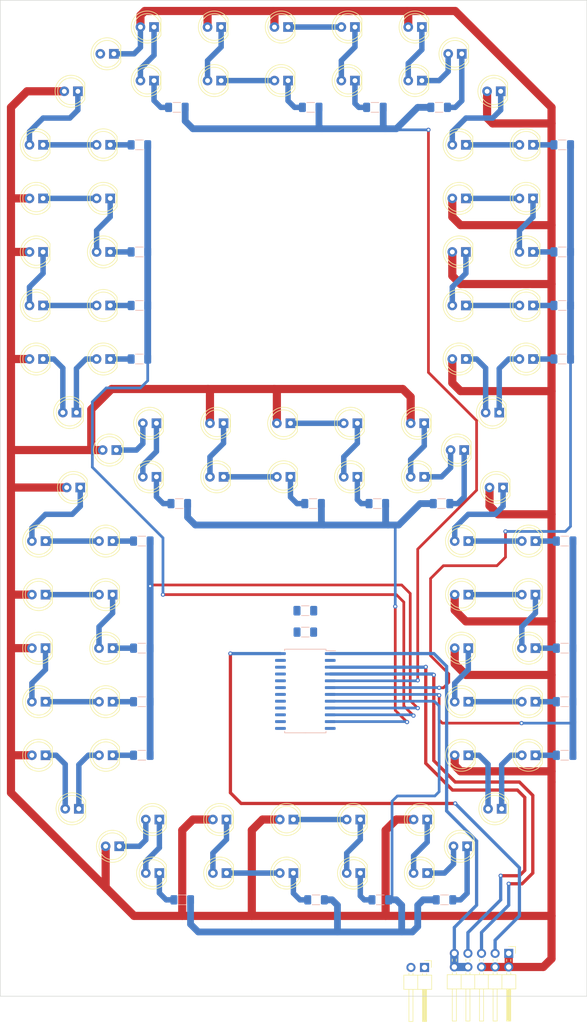
<source format=kicad_pcb>
(kicad_pcb (version 20211014) (generator pcbnew)
  (layers (0 "F.Cu" signal) (31 "B.Cu" signal) (34 "B.Paste" user) (35 "F.Paste" user) (36 "B.SilkS" user "B.Silkscreen") (37 "F.SilkS" user "F.Silkscreen") (38 "B.Mask" user) (39 "F.Mask" user) (44 "Edge.Cuts" user))
  (net 0 "")
  (footprint "LED_THT:LED_D5.0mm" (layer "F.Cu") (at 534.77 208 180)
    (fp_text reference "REF**" hide)
    (fp_text value "LED_D5.0mm" hide)
  )
  (footprint "Connector_PinHeader_2.54mm:PinHeader_2x05_P2.54mm_Horizontal" (layer "F.Cu") (at 550 233 -90)
    (fp_text reference "REF**" hide)
    (fp_text value "PinHeader_2x05_P2.54mm_Horizontal" hide)
  )
  (footprint "LED_THT:LED_D5.0mm" (layer "F.Cu") (at 554.54 112 180)
    (fp_text reference "REF**" hide)
    (fp_text value "LED_D5.0mm" hide)
  )
  (footprint "LED_THT:LED_D5.0mm" (layer "F.Cu") (at 509.77 208 180)
    (fp_text reference "REF**" hide)
    (fp_text value "LED_D5.0mm" hide)
  )
  (footprint "LED_THT:LED_D5.0mm" (layer "F.Cu") (at 484.18 134 180)
    (fp_text reference "REF**" hide)
    (fp_text value "LED_D5.0mm" hide)
  )
  (footprint "LED_THT:LED_D5.0mm" (layer "F.Cu") (at 533.77 70 180)
    (fp_text reference "REF**" hide)
    (fp_text value "LED_D5.0mm" hide)
  )
  (footprint "LED_THT:LED_D5.0mm" (layer "F.Cu") (at 496.27 70 180)
    (fp_text reference "REF**" hide)
    (fp_text value "LED_D5.0mm" hide)
  )
  (footprint "LED_THT:LED_D5.0mm" (layer "F.Cu") (at 463 92 180)
    (fp_text reference "REF**" hide)
    (fp_text value "LED_D5.0mm" hide)
  )
  (footprint "LED_THT:LED_D5.0mm" (layer "F.Cu") (at 554.54 122 180)
    (fp_text reference "REF**" hide)
    (fp_text value "LED_D5.0mm" hide)
  )
  (footprint "LED_THT:LED_D5.0mm" (layer "F.Cu") (at 554.99 166 180)
    (fp_text reference "REF**" hide)
    (fp_text value "LED_D5.0mm" hide)
  )
  (footprint "LED_THT:LED_D5.0mm" (layer "F.Cu") (at 509.22 144 180)
    (fp_text reference "REF**" hide)
    (fp_text value "LED_D5.0mm" hide)
  )
  (footprint "LED_THT:LED_D5.0mm" (layer "F.Cu") (at 475.54 122 180)
    (fp_text reference "REF**" hide)
    (fp_text value "LED_D5.0mm" hide)
  )
  (footprint "LED_THT:LED_D5.0mm" (layer "F.Cu") (at 475.99 186 180)
    (fp_text reference "REF**" hide)
    (fp_text value "LED_D5.0mm" hide)
  )
  (footprint "LED_THT:LED_D5.0mm" (layer "F.Cu") (at 554.54 82 180)
    (fp_text reference "REF**" hide)
    (fp_text value "LED_D5.0mm" hide)
  )
  (footprint "LED_THT:LED_D5.0mm" (layer "F.Cu") (at 463 122 180)
    (fp_text reference "REF**" hide)
    (fp_text value "LED_D5.0mm" hide)
  )
  (footprint "LED_THT:LED_D5.0mm" (layer "F.Cu") (at 484.18 144 180)
    (fp_text reference "REF**" hide)
    (fp_text value "LED_D5.0mm" hide)
  )
  (footprint "LED_THT:LED_D5.0mm" (layer "F.Cu") (at 521.27 70 180)
    (fp_text reference "REF**" hide)
    (fp_text value "LED_D5.0mm" hide)
  )
  (footprint "LED_THT:LED_D5.0mm" (layer "F.Cu") (at 475.99 156 180)
    (fp_text reference "REF**" hide)
    (fp_text value "LED_D5.0mm" hide)
  )
  (footprint "LED_THT:LED_D5.0mm" (layer "F.Cu") (at 521.72 134 180)
    (fp_text reference "REF**" hide)
    (fp_text value "LED_D5.0mm" hide)
  )
  (footprint "LED_THT:LED_D5.0mm" (layer "F.Cu") (at 475.54 102 180)
    (fp_text reference "REF**" hide)
    (fp_text value "LED_D5.0mm" hide)
  )
  (footprint "LED_THT:LED_D5.0mm" (layer "F.Cu") (at 469.5 72 180)
    (fp_text reference "REF**" hide)
    (fp_text value "LED_D5.0mm" hide)
  )
  (footprint "LED_THT:LED_D5.0mm" (layer "F.Cu") (at 483.73 60 180)
    (fp_text reference "REF**" hide)
    (fp_text value "LED_D5.0mm" hide)
  )
  (footprint "LED_THT:LED_D5.0mm" (layer "F.Cu") (at 542.45 156 180)
    (fp_text reference "REF**" hide)
    (fp_text value "LED_D5.0mm" hide)
  )
  (footprint "LED_THT:LED_D5.0mm" (layer "F.Cu") (at 483.73 70 180)
    (fp_text reference "REF**" hide)
    (fp_text value "LED_D5.0mm" hide)
  )
  (footprint "LED_THT:LED_D5.0mm" (layer "F.Cu") (at 541.68 139 180)
    (fp_text reference "REF**" hide)
    (fp_text value "LED_D5.0mm" hide)
  )
  (footprint "LED_THT:LED_D5.0mm" (layer "F.Cu") (at 509.22 134 180)
    (fp_text reference "REF**" hide)
    (fp_text value "LED_D5.0mm" hide)
  )
  (footprint "LED_THT:LED_D5.0mm" (layer "F.Cu") (at 463.45 166 180)
    (fp_text reference "REF**" hide)
    (fp_text value "LED_D5.0mm" hide)
  )
  (footprint "LED_THT:LED_D5.0mm" (layer "F.Cu") (at 548.5 72 180)
    (fp_text reference "REF**" hide)
    (fp_text value "LED_D5.0mm" hide)
  )
  (footprint "LED_THT:LED_D5.0mm" (layer "F.Cu") (at 475.54 112 180)
    (fp_text reference "REF**" hide)
    (fp_text value "LED_D5.0mm" hide)
  )
  (footprint "LED_THT:LED_D5.0mm" (layer "F.Cu") (at 554.54 102 180)
    (fp_text reference "REF**" hide)
    (fp_text value "LED_D5.0mm" hide)
  )
  (footprint "LED_THT:LED_D5.0mm" (layer "F.Cu") (at 463 102 180)
    (fp_text reference "REF**" hide)
    (fp_text value "LED_D5.0mm" hide)
  )
  (footprint "LED_THT:LED_D5.0mm" (layer "F.Cu") (at 548.95 146 180)
    (fp_text reference "REF**" hide)
    (fp_text value "LED_D5.0mm" hide)
  )
  (footprint "LED_THT:LED_D5.0mm" (layer "F.Cu") (at 463.45 156 180)
    (fp_text reference "REF**" hide)
    (fp_text value "LED_D5.0mm" hide)
  )
  (footprint "LED_THT:LED_D5.0mm" (layer "F.Cu") (at 463 82 180)
    (fp_text reference "REF**" hide)
    (fp_text value "LED_D5.0mm" hide)
  )
  (footprint "Connector_PinHeader_2.54mm:PinHeader_1x02_P2.54mm_Horizontal" (layer "F.Cu") (at 534.275 235.625 -90)
    (fp_text reference "REF**" hide)
    (fp_text value "PinHeader_1x02_P2.54mm_Horizontal" hide)
  )
  (footprint "LED_THT:LED_D5.0mm" (layer "F.Cu") (at 542 92 180)
    (fp_text reference "REF**" hide)
    (fp_text value "LED_D5.0mm" hide)
  )
  (footprint "LED_THT:LED_D5.0mm" (layer "F.Cu") (at 469.23 132 180)
    (fp_text reference "REF**" hide)
    (fp_text value "LED_D5.0mm" hide)
  )
  (footprint "LED_THT:LED_D5.0mm" (layer "F.Cu") (at 509.77 218 180)
    (fp_text reference "REF**" hide)
    (fp_text value "LED_D5.0mm" hide)
  )
  (footprint "LED_THT:LED_D5.0mm" (layer "F.Cu") (at 475.54 92 180)
    (fp_text reference "REF**" hide)
    (fp_text value "LED_D5.0mm" hide)
  )
  (footprint "LED_THT:LED_D5.0mm" (layer "F.Cu") (at 497.27 218 180)
    (fp_text reference "REF**" hide)
    (fp_text value "LED_D5.0mm" hide)
  )
  (footprint "LED_THT:LED_D5.0mm" (layer "F.Cu") (at 541.23 65 180)
    (fp_text reference "REF**" hide)
    (fp_text value "LED_D5.0mm" hide)
  )
  (footprint "LED_THT:LED_D5.0mm" (layer "F.Cu") (at 554.54 92 180)
    (fp_text reference "REF**" hide)
    (fp_text value "LED_D5.0mm" hide)
  )
  (footprint "LED_THT:LED_D5.0mm" (layer "F.Cu") (at 497.27 208 180)
    (fp_text reference "REF**" hide)
    (fp_text value "LED_D5.0mm" hide)
  )
  (footprint "LED_THT:LED_D5.0mm" (layer "F.Cu") (at 548.68 206 180)
    (fp_text reference "REF**" hide)
    (fp_text value "LED_D5.0mm" hide)
  )
  (footprint "LED_THT:LED_D5.0mm" (layer "F.Cu") (at 476.68 139 180)
    (fp_text reference "REF**" hide)
    (fp_text value "LED_D5.0mm" hide)
  )
  (footprint "LED_THT:LED_D5.0mm" (layer "F.Cu") (at 496.72 144 180)
    (fp_text reference "REF**" hide)
    (fp_text value "LED_D5.0mm" hide)
  )
  (footprint "LED_THT:LED_D5.0mm" (layer "F.Cu") (at 534.22 144 180)
    (fp_text reference "REF**" hide)
    (fp_text value "LED_D5.0mm" hide)
  )
  (footprint "LED_THT:LED_D5.0mm" (layer "F.Cu") (at 534.22 134 180)
    (fp_text reference "REF**" hide)
    (fp_text value "LED_D5.0mm" hide)
  )
  (footprint "LED_THT:LED_D5.0mm" (layer "F.Cu") (at 554.99 176 180)
    (fp_text reference "REF**" hide)
    (fp_text value "LED_D5.0mm" hide)
  )
  (footprint "LED_THT:LED_D5.0mm" (layer "F.Cu") (at 542 82 180)
    (fp_text reference "REF**" hide)
    (fp_text value "LED_D5.0mm" hide)
  )
  (footprint "LED_THT:LED_D5.0mm" (layer "F.Cu") (at 484.73 208 180)
    (fp_text reference "REF**" hide)
    (fp_text value "LED_D5.0mm" hide)
  )
  (footprint "LED_THT:LED_D5.0mm" (layer "F.Cu") (at 521.72 144 180)
    (fp_text reference "REF**" hide)
    (fp_text value "LED_D5.0mm" hide)
  )
  (footprint "LED_THT:LED_D5.0mm" (layer "F.Cu") (at 542 122 180)
    (fp_text reference "REF**" hide)
    (fp_text value "LED_D5.0mm" hide)
  )
  (footprint "LED_THT:LED_D5.0mm" (layer "F.Cu") (at 475.99 176 180)
    (fp_text reference "REF**" hide)
    (fp_text value "LED_D5.0mm" hide)
  )
  (footprint "LED_THT:LED_D5.0mm" (layer "F.Cu") (at 554.99 156 180)
    (fp_text reference "REF**" hide)
    (fp_text value "LED_D5.0mm" hide)
  )
  (footprint "LED_THT:LED_D5.0mm" (layer "F.Cu") (at 542.45 166 180)
    (fp_text reference "REF**" hide)
    (fp_text value "LED_D5.0mm" hide)
  )
  (footprint "LED_THT:LED_D5.0mm" (layer "F.Cu") (at 496.27 60 180)
    (fp_text reference "REF**" hide)
    (fp_text value "LED_D5.0mm" hide)
  )
  (footprint "LED_THT:LED_D5.0mm" (layer "F.Cu") (at 484.73 218 180)
    (fp_text reference "REF**" hide)
    (fp_text value "LED_D5.0mm" hide)
  )
  (footprint "LED_THT:LED_D5.0mm" (layer "F.Cu") (at 469.95 146 180)
    (fp_text reference "REF**" hide)
    (fp_text value "LED_D5.0mm" hide)
  )
  (footprint "LED_THT:LED_D5.0mm" (layer "F.Cu") (at 463 112 180)
    (fp_text reference "REF**" hide)
    (fp_text value "LED_D5.0mm" hide)
  )
  (footprint "LED_THT:LED_D5.0mm" (layer "F.Cu") (at 542 102 180)
    (fp_text reference "REF**" hide)
    (fp_text value "LED_D5.0mm" hide)
  )
  (footprint "LED_THT:LED_D5.0mm" (layer "F.Cu") (at 534.77 218 180)
    (fp_text reference "REF**" hide)
    (fp_text value "LED_D5.0mm" hide)
  )
  (footprint "LED_THT:LED_D5.0mm" (layer "F.Cu") (at 542.45 196 180)
    (fp_text reference "REF**" hide)
    (fp_text value "LED_D5.0mm" hide)
  )
  (footprint "LED_THT:LED_D5.0mm" (layer "F.Cu") (at 542.45 186 180)
    (fp_text reference "REF**" hide)
    (fp_text value "LED_D5.0mm" hide)
  )
  (footprint "LED_THT:LED_D5.0mm" (layer "F.Cu") (at 542.23 213 180)
    (fp_text reference "REF**" hide)
    (fp_text value "LED_D5.0mm" hide)
  )
  (footprint "LED_THT:LED_D5.0mm" (layer "F.Cu") (at 508.77 60 180)
    (fp_text reference "REF**" hide)
    (fp_text value "LED_D5.0mm" hide)
  )
  (footprint "LED_THT:LED_D5.0mm" (layer "F.Cu") (at 475.54 82 180)
    (fp_text reference "REF**" hide)
    (fp_text value "LED_D5.0mm" hide)
  )
  (footprint "LED_THT:LED_D5.0mm" (layer "F.Cu") (at 548.23 132 180)
    (fp_text reference "REF**" hide)
    (fp_text value "LED_D5.0mm" hide)
  )
  (footprint "LED_THT:LED_D5.0mm" (layer "F.Cu") (at 496.72 134 180)
    (fp_text reference "REF**" hide)
    (fp_text value "LED_D5.0mm" hide)
  )
  (footprint "LED_THT:LED_D5.0mm" (layer "F.Cu") (at 554.99 186 180)
    (fp_text reference "REF**" hide)
    (fp_text value "LED_D5.0mm" hide)
  )
  (footprint "LED_THT:LED_D5.0mm" (layer "F.Cu") (at 463.45 186 180)
    (fp_text reference "REF**" hide)
    (fp_text value "LED_D5.0mm" hide)
  )
  (footprint "LED_THT:LED_D5.0mm" (layer "F.Cu") (at 477.23 213 180)
    (fp_text reference "REF**" hide)
    (fp_text value "LED_D5.0mm" hide)
  )
  (footprint "LED_THT:LED_D5.0mm" (layer "F.Cu") (at 475.99 166 180)
    (fp_text reference "REF**" hide)
    (fp_text value "LED_D5.0mm" hide)
  )
  (footprint "LED_THT:LED_D5.0mm" (layer "F.Cu") (at 476.23 65 180)
    (fp_text reference "REF**" hide)
    (fp_text value "LED_D5.0mm" hide)
  )
  (footprint "LED_THT:LED_D5.0mm" (layer "F.Cu") (at 533.77 60 180)
    (fp_text reference "REF**" hide)
    (fp_text value "LED_D5.0mm" hide)
  )
  (footprint "LED_THT:LED_D5.0mm" (layer "F.Cu") (at 508.77 70 180)
    (fp_text reference "REF**" hide)
    (fp_text value "LED_D5.0mm" hide)
  )
  (footprint "LED_THT:LED_D5.0mm" (layer "F.Cu") (at 475.99 196 180)
    (fp_text reference "REF**" hide)
    (fp_text value "LED_D5.0mm" hide)
  )
  (footprint "LED_THT:LED_D5.0mm" (layer "F.Cu") (at 469.68 206 180)
    (fp_text reference "REF**" hide)
    (fp_text value "LED_D5.0mm" hide)
  )
  (footprint "LED_THT:LED_D5.0mm" (layer "F.Cu") (at 463.45 196 180)
    (fp_text reference "REF**" hide)
    (fp_text value "LED_D5.0mm" hide)
  )
  (footprint "LED_THT:LED_D5.0mm" (layer "F.Cu") (at 522.27 218 180)
    (fp_text reference "REF**" hide)
    (fp_text value "LED_D5.0mm" hide)
  )
  (footprint "LED_THT:LED_D5.0mm" (layer "F.Cu") (at 463.45 176 180)
    (fp_text reference "REF**" hide)
    (fp_text value "LED_D5.0mm" hide)
  )
  (footprint "LED_THT:LED_D5.0mm" (layer "F.Cu") (at 542 112 180)
    (fp_text reference "REF**" hide)
    (fp_text value "LED_D5.0mm" hide)
  )
  (footprint "LED_THT:LED_D5.0mm" (layer "F.Cu") (at 554.99 196 180)
    (fp_text reference "REF**" hide)
    (fp_text value "LED_D5.0mm" hide)
  )
  (footprint "LED_THT:LED_D5.0mm" (layer "F.Cu") (at 542.45 176 180)
    (fp_text reference "REF**" hide)
    (fp_text value "LED_D5.0mm" hide)
  )
  (footprint "LED_THT:LED_D5.0mm" (layer "F.Cu") (at 521.27 60 180)
    (fp_text reference "REF**" hide)
    (fp_text value "LED_D5.0mm" hide)
  )
  (footprint "LED_THT:LED_D5.0mm" (layer "F.Cu") (at 522.27 208 180)
    (fp_text reference "REF**" hide)
    (fp_text value "LED_D5.0mm" hide)
  )
  (footprint "Resistor_SMD:R_1206_3216Metric_Pad1.30x1.75mm_HandSolder" (layer "B.Cu") (at 560 122)
    (fp_text reference "REF**" hide)
    (fp_text value "R_1206_3216Metric_Pad1.30x1.75mm_HandSolder" hide)
  )
  (footprint "Resistor_SMD:R_1206_3216Metric_Pad1.30x1.75mm_HandSolder" (layer "B.Cu") (at 481 122)
    (fp_text reference "REF**" hide)
    (fp_text value "R_1206_3216Metric_Pad1.30x1.75mm_HandSolder" hide)
  )
  (footprint "Resistor_SMD:R_1206_3216Metric_Pad1.30x1.75mm_HandSolder" (layer "B.Cu") (at 560.45 196)
    (fp_text reference "REF**" hide)
    (fp_text value "R_1206_3216Metric_Pad1.30x1.75mm_HandSolder" hide)
  )
  (footprint "Resistor_SMD:R_1206_3216Metric_Pad1.30x1.75mm_HandSolder" (layer "B.Cu") (at 560.45 176)
    (fp_text reference "REF**" hide)
    (fp_text value "R_1206_3216Metric_Pad1.30x1.75mm_HandSolder" hide)
  )
  (footprint "Resistor_SMD:R_1206_3216Metric_Pad1.30x1.75mm_HandSolder" (layer "B.Cu") (at 512 173)
    (fp_text reference "REF**" hide)
    (fp_text value "R_1206_3216Metric_Pad1.30x1.75mm_HandSolder" hide)
  )
  (footprint "Resistor_SMD:R_1206_3216Metric_Pad1.30x1.75mm_HandSolder" (layer "B.Cu") (at 481 102)
    (fp_text reference "REF**" hide)
    (fp_text value "R_1206_3216Metric_Pad1.30x1.75mm_HandSolder" hide)
  )
  (footprint "Resistor_SMD:R_1206_3216Metric_Pad1.30x1.75mm_HandSolder" (layer "B.Cu") (at 560 102)
    (fp_text reference "REF**" hide)
    (fp_text value "R_1206_3216Metric_Pad1.30x1.75mm_HandSolder" hide)
  )
  (footprint "Resistor_SMD:R_1206_3216Metric_Pad1.30x1.75mm_HandSolder" (layer "B.Cu") (at 481.45 196)
    (fp_text reference "REF**" hide)
    (fp_text value "R_1206_3216Metric_Pad1.30x1.75mm_HandSolder" hide)
  )
  (footprint "Resistor_SMD:R_1206_3216Metric_Pad1.30x1.75mm_HandSolder" (layer "B.Cu") (at 513.45 149)
    (fp_text reference "REF**" hide)
    (fp_text value "R_1206_3216Metric_Pad1.30x1.75mm_HandSolder" hide)
  )
  (footprint "Capacitor_SMD:C_1206_3216Metric_Pad1.33x1.80mm_HandSolder" (layer "B.Cu") (at 512 169)
    (fp_text reference "REF**" hide)
    (fp_text value "C_1206_3216Metric_Pad1.33x1.80mm_HandSolder" hide)
  )
  (footprint "Resistor_SMD:R_1206_3216Metric_Pad1.30x1.75mm_HandSolder" (layer "B.Cu") (at 488.45 149)
    (fp_text reference "REF**" hide)
    (fp_text value "R_1206_3216Metric_Pad1.30x1.75mm_HandSolder" hide)
  )
  (footprint "Resistor_SMD:R_1206_3216Metric_Pad1.30x1.75mm_HandSolder" (layer "B.Cu") (at 513 75)
    (fp_text reference "REF**" hide)
    (fp_text value "R_1206_3216Metric_Pad1.30x1.75mm_HandSolder" hide)
  )
  (footprint "Resistor_SMD:R_1206_3216Metric_Pad1.30x1.75mm_HandSolder" (layer "B.Cu") (at 514 223)
    (fp_text reference "REF**" hide)
    (fp_text value "R_1206_3216Metric_Pad1.30x1.75mm_HandSolder" hide)
  )
  (footprint "Resistor_SMD:R_1206_3216Metric_Pad1.30x1.75mm_HandSolder" (layer "B.Cu") (at 560.45 186)
    (fp_text reference "REF**" hide)
    (fp_text value "R_1206_3216Metric_Pad1.30x1.75mm_HandSolder" hide)
  )
  (footprint "Resistor_SMD:R_1206_3216Metric_Pad1.30x1.75mm_HandSolder" (layer "B.Cu") (at 481 112)
    (fp_text reference "REF**" hide)
    (fp_text value "R_1206_3216Metric_Pad1.30x1.75mm_HandSolder" hide)
  )
  (footprint "Resistor_SMD:R_1206_3216Metric_Pad1.30x1.75mm_HandSolder" (layer "B.Cu") (at 489 223)
    (fp_text reference "REF**" hide)
    (fp_text value "R_1206_3216Metric_Pad1.30x1.75mm_HandSolder" hide)
  )
  (footprint "Resistor_SMD:R_1206_3216Metric_Pad1.30x1.75mm_HandSolder" (layer "B.Cu") (at 481 82)
    (fp_text reference "REF**" hide)
    (fp_text value "R_1206_3216Metric_Pad1.30x1.75mm_HandSolder" hide)
  )
  (footprint "Resistor_SMD:R_1206_3216Metric_Pad1.30x1.75mm_HandSolder" (layer "B.Cu") (at 481.45 186)
    (fp_text reference "REF**" hide)
    (fp_text value "R_1206_3216Metric_Pad1.30x1.75mm_HandSolder" hide)
  )
  (footprint "Resistor_SMD:R_1206_3216Metric_Pad1.30x1.75mm_HandSolder" (layer "B.Cu") (at 525 75)
    (fp_text reference "REF**" hide)
    (fp_text value "R_1206_3216Metric_Pad1.30x1.75mm_HandSolder" hide)
  )
  (footprint "Resistor_SMD:R_1206_3216Metric_Pad1.30x1.75mm_HandSolder" (layer "B.Cu") (at 481.45 176)
    (fp_text reference "REF**" hide)
    (fp_text value "R_1206_3216Metric_Pad1.30x1.75mm_HandSolder" hide)
  )
  (footprint "Package_SO:SOP-24_7.5x15.4mm_P1.27mm" (layer "B.Cu") (at 512 184 180)
    (fp_text reference "REF**" hide)
    (fp_text value "SOP-24_7.5x15.4mm_P1.27mm" hide)
  )
  (footprint "Resistor_SMD:R_1206_3216Metric_Pad1.30x1.75mm_HandSolder" (layer "B.Cu") (at 525.45 149)
    (fp_text reference "REF**" hide)
    (fp_text value "R_1206_3216Metric_Pad1.30x1.75mm_HandSolder" hide)
  )
  (footprint "Resistor_SMD:R_1206_3216Metric_Pad1.30x1.75mm_HandSolder" (layer "B.Cu") (at 526 223)
    (fp_text reference "REF**" hide)
    (fp_text value "R_1206_3216Metric_Pad1.30x1.75mm_HandSolder" hide)
  )
  (footprint "Resistor_SMD:R_1206_3216Metric_Pad1.30x1.75mm_HandSolder" (layer "B.Cu") (at 560.45 156)
    (fp_text reference "REF**" hide)
    (fp_text value "R_1206_3216Metric_Pad1.30x1.75mm_HandSolder" hide)
  )
  (footprint "Resistor_SMD:R_1206_3216Metric_Pad1.30x1.75mm_HandSolder" (layer "B.Cu") (at 537.45 149 180)
    (fp_text reference "REF**" hide)
    (fp_text value "R_1206_3216Metric_Pad1.30x1.75mm_HandSolder" hide)
  )
  (footprint "Resistor_SMD:R_1206_3216Metric_Pad1.30x1.75mm_HandSolder" (layer "B.Cu") (at 488 75)
    (fp_text reference "REF**" hide)
    (fp_text value "R_1206_3216Metric_Pad1.30x1.75mm_HandSolder" hide)
  )
  (footprint "Resistor_SMD:R_1206_3216Metric_Pad1.30x1.75mm_HandSolder" (layer "B.Cu") (at 538 223 180)
    (fp_text reference "REF**" hide)
    (fp_text value "R_1206_3216Metric_Pad1.30x1.75mm_HandSolder" hide)
  )
  (footprint "Resistor_SMD:R_1206_3216Metric_Pad1.30x1.75mm_HandSolder" (layer "B.Cu") (at 481.45 156)
    (fp_text reference "REF**" hide)
    (fp_text value "R_1206_3216Metric_Pad1.30x1.75mm_HandSolder" hide)
  )
  (footprint "Resistor_SMD:R_1206_3216Metric_Pad1.30x1.75mm_HandSolder" (layer "B.Cu") (at 560 112)
    (fp_text reference "REF**" hide)
    (fp_text value "R_1206_3216Metric_Pad1.30x1.75mm_HandSolder" hide)
  )
  (footprint "Resistor_SMD:R_1206_3216Metric_Pad1.30x1.75mm_HandSolder" (layer "B.Cu") (at 560 82)
    (fp_text reference "REF**" hide)
    (fp_text value "R_1206_3216Metric_Pad1.30x1.75mm_HandSolder" hide)
  )
  (footprint "Resistor_SMD:R_1206_3216Metric_Pad1.30x1.75mm_HandSolder" (layer "B.Cu") (at 537 75 180)
    (fp_text reference "REF**" hide)
    (fp_text value "R_1206_3216Metric_Pad1.30x1.75mm_HandSolder" hide)
  )
  (gr_rect (start 564.6 241) (end 455 55) (layer "Edge.Cuts") (width 0.1) (fill none))
  (segment (start 531.68 129.08) (end 530.2 127.6) (width 1.524) (layer "F.Cu") (net 0))
  (segment (start 474.69 213) (end 474.69 220.69) (width 1.524) (layer "F.Cu") (net 0))
  (segment (start 533 182) (end 533 157.5) (width 0.508) (layer "F.Cu") (net 0))
  (segment (start 494.73 208) (end 491 208) (width 1.524) (layer "F.Cu") (net 0))
  (segment (start 494.18 127.98) (end 493.8 127.6) (width 1.524) (layer "F.Cu") (net 0))
  (segment (start 475.8 127.6) (end 472 131.4) (width 1.524) (layer "F.Cu") (net 0))
  (segment (start 539.46 92) (end 539.46 95.46) (width 1.524) (layer "F.Cu") (net 0))
  (segment (start 460 72) (end 466.96 72) (width 1.524) (layer "F.Cu") (net 0))
  (segment (start 529 208) (end 527 210) (width 1.524) (layer "F.Cu") (net 0))
  (segment (start 457 203) (end 457 196) (width 1.524) (layer "F.Cu") (net 0))
  (segment (start 542 181) (end 558 181) (width 1.524) (layer "F.Cu") (net 0))
  (segment (start 558 108) (end 558 128) (width 1.524) (layer "F.Cu") (net 0))
  (segment (start 547.8 160.6) (end 549.4 159) (width 0.508) (layer "F.Cu") (net 0))
  (segment (start 541 199) (end 539.91 197.91) (width 1.524) (layer "F.Cu") (net 0))
  (segment (start 460.91 166) (end 457 166) (width 1.524) (layer "F.Cu") (net 0))
  (segment (start 537 189.4) (end 537.6 190) (width 0.508) (layer "F.Cu") (net 0))
  (segment (start 537 183.4) (end 537.8 183.4) (width 0.508) (layer "F.Cu") (net 0))
  (segment (start 558 171) (end 558 181) (width 1.524) (layer "F.Cu") (net 0))
  (segment (start 531.23 60) (end 531.23 57.23) (width 1.524) (layer "F.Cu") (net 0))
  (segment (start 558 199) (end 541 199) (width 1.524) (layer "F.Cu") (net 0))
  (segment (start 467.41 146) (end 457 146) (width 1.524) (layer "F.Cu") (net 0))
  (segment (start 541 108) (end 558 108) (width 1.524) (layer "F.Cu") (net 0))
  (segment (start 481.19 57.81) (end 482 57) (width 1.524) (layer "F.Cu") (net 0))
  (segment (start 506.68 134) (end 506.68 128.08) (width 1.524) (layer "F.Cu") (net 0))
  (segment (start 558 151) (end 558 171) (width 1.524) (layer "F.Cu") (net 0))
  (segment (start 493.73 57.27) (end 494 57) (width 1.524) (layer "F.Cu") (net 0))
  (segment (start 550 235.54) (end 556.46 235.54) (width 1.524) (layer "F.Cu") (net 0))
  (segment (start 506 57) (end 531 57) (width 1.524) (layer "F.Cu") (net 0))
  (segment (start 472 139) (end 457 139) (width 1.524) (layer "F.Cu") (net 0))
  (segment (start 460.46 122) (end 457 122) (width 1.524) (layer "F.Cu") (net 0))
  (segment (start 494 57) (end 506 57) (width 1.524) (layer "F.Cu") (net 0))
  (segment (start 556.46 235.54) (end 558 234) (width 1.524) (layer "F.Cu") (net 0))
  (segment (start 460.46 92) (end 457 92) (width 1.524) (layer "F.Cu") (net 0))
  (segment (start 546.41 149.41) (end 548 151) (width 1.524) (layer "F.Cu") (net 0))
  (segment (start 539.46 122) (end 539.46 126.46) (width 1.524) (layer "F.Cu") (net 0))
  (segment (start 552 201) (end 554.5 203.5) (width 0.6096) (layer "F.Cu") (net 0))
  (segment (start 538.8 182.4) (end 538.8 180.8) (width 0.508) (layer "F.Cu") (net 0))
  (segment (start 530.4 183) (end 530.4 167.4) (width 0.508) (layer "F.Cu") (net 0))
  (segment (start 504 208) (end 502 210) (width 1.524) (layer "F.Cu") (net 0))
  (segment (start 541 128) (end 558 128) (width 1.524) (layer "F.Cu") (net 0))
  (segment (start 537.8 160.6) (end 547.8 160.6) (width 0.508) (layer "F.Cu") (net 0))
  (segment (start 544 146.5) (end 544 133.5) (width 0.508) (layer "F.Cu") (net 0))
  (segment (start 537.6 160.8) (end 537.8 160.6) (width 0.508) (layer "F.Cu") (net 0))
  (segment (start 502 210) (end 502 226) (width 1.524) (layer "F.Cu") (net 0))
  (segment (start 460.91 196) (end 457 196) (width 1.524) (layer "F.Cu") (net 0))
  (segment (start 457 92) (end 457 75) (width 1.524) (layer "F.Cu") (net 0))
  (segment (start 539.91 178.91) (end 542 181) (width 1.524) (layer "F.Cu") (net 0))
  (segment (start 474.14 139) (end 472 139) (width 1.524) (layer "F.Cu") (net 0))
  (segment (start 483.2 164.2) (end 483 164.4) (width 0.508) (layer "F.Cu") (net 0))
  (segment (start 500 205) (end 540 205) (width 0.6096) (layer "F.Cu") (net 0))
  (segment (start 531 57) (end 540 57) (width 1.524) (layer "F.Cu") (net 0))
  (segment (start 535 124.5) (end 535 79.2) (width 0.508) (layer "F.Cu") (net 0))
  (segment (start 539.91 168.91) (end 542 171) (width 1.524) (layer "F.Cu") (net 0))
  (segment (start 540 57) (end 558 75) (width 1.524) (layer "F.Cu") (net 0))
  (segment (start 535.4 177.4) (end 535.4 163) (width 0.508) (layer "F.Cu") (net 0))
  (segment (start 541 97) (end 558 97) (width 1.524) (layer "F.Cu") (net 0))
  (segment (start 457 146) (end 457 139) (width 1.524) (layer "F.Cu") (net 0))
  (segment (start 534.5 197.5) (end 539.5 202.5) (width 0.6096) (layer "F.Cu") (net 0))
  (segment (start 457 75) (end 460 72) (width 1.524) (layer "F.Cu") (net 0))
  (segment (start 531 189.8) (end 528.8 187.6) (width 0.508) (layer "F.Cu") (net 0))
  (segment (start 507.23 208) (end 504 208) (width 1.524) (layer "F.Cu") (net 0))
  (segment (start 539.46 95.46) (end 541 97) (width 1.524) (layer "F.Cu") (net 0))
  (segment (start 530.2 127.6) (end 506.2 127.6) (width 1.524) (layer "F.Cu") (net 0))
  (segment (start 531.6 165.8) (end 530 164.2) (width 0.508) (layer "F.Cu") (net 0))
  (segment (start 481.19 60) (end 481.19 57.81) (width 1.524) (layer "F.Cu") (net 0))
  (segment (start 539.91 197.91) (end 539.91 196) (width 1.524) (layer "F.Cu") (net 0))
  (segment (start 551.625 202.5) (end 553 203.875) (width 0.6096) (layer "F.Cu") (net 0))
  (segment (start 552.5 220) (end 550 220) (width 0.6096) (layer "F.Cu") (net 0))
  (segment (start 493.8 127.6) (end 475.8 127.6) (width 1.524) (layer "F.Cu") (net 0))
  (segment (start 531.23 57.23) (end 531 57) (width 1.524) (layer "F.Cu") (net 0))
  (segment (start 537.6 190) (end 552.4 190) (width 0.508) (layer "F.Cu") (net 0))
  (segment (start 537.8 183.4) (end 538.8 182.4) (width 0.508) (layer "F.Cu") (net 0))
  (segment (start 558 128) (end 558 151) (width 1.524) (layer "F.Cu") (net 0))
  (segment (start 545.96 72) (end 545.96 76.96) (width 1.524) (layer "F.Cu") (net 0))
  (segment (start 457 196) (end 457 176) (width 1.524) (layer "F.Cu") (net 0))
  (segment (start 472 131.4) (end 472 139) (width 1.524) (layer "F.Cu") (net 0))
  (segment (start 539.46 102) (end 539.46 106.46) (width 1.524) (layer "F.Cu") (net 0))
  (segment (start 540 201) (end 552 201) (width 0.6096) (layer "F.Cu") (net 0))
  (segment (start 457 122) (end 457 102) (width 1.524) (layer "F.Cu") (net 0))
  (segment (start 539.46 106.46) (end 541 108) (width 1.524) (layer "F.Cu") (net 0))
  (segment (start 491 208) (end 489 210) (width 1.524) (layer "F.Cu") (net 0))
  (segment (start 550 233) (end 550 235.54) (width 1.524) (layer "F.Cu") (net 0))
  (segment (start 554.5 203.5) (end 554.5 218) (width 0.6096) (layer "F.Cu") (net 0))
  (segment (start 532.2 188.6) (end 530.4 186.8) (width 0.508) (layer "F.Cu") (net 0))
  (segment (start 553 203.875) (end 553 217.5) (width 0.6096) (layer "F.Cu") (net 0))
  (segment (start 543 147.5) (end 544 146.5) (width 0.508) (layer "F.Cu") (net 0))
  (segment (start 457 102) (end 457 92) (width 1.524) (layer "F.Cu") (net 0))
  (segment (start 506.23 57.23) (end 506 57) (width 1.524) (layer "F.Cu") (net 0))
  (segment (start 539.91 176) (end 539.91 178.91) (width 1.524) (layer "F.Cu") (net 0))
  (segment (start 558 234) (end 558 226) (width 1.524) (layer "F.Cu") (net 0))
  (segment (start 536 197) (end 540 201) (width 0.6096) (layer "F.Cu") (net 0))
  (segment (start 549.4 159) (end 549.4 154.2) (width 0.508) (layer "F.Cu") (net 0))
  (segment (start 530.4 186.8) (end 530.4 183) (width 0.508) (layer "F.Cu") (net 0))
  (segment (start 475 221) (end 480 226) (width 1.524) (layer "F.Cu") (net 0))
  (segment (start 457 176) (end 457 166) (width 1.524) (layer "F.Cu") (net 0))
  (segment (start 558 75) (end 558 78) (width 1.524) (layer "F.Cu") (net 0))
  (segment (start 558 78) (end 558 97) (width 1.524) (layer "F.Cu") (net 0))
  (segment (start 480 226) (end 489 226) (width 1.524) (layer "F.Cu") (net 0))
  (segment (start 493.73 60) (end 493.73 57.27) (width 1.524) (layer "F.Cu") (net 0))
  (segment (start 533 157.5) (end 543 147.5) (width 0.508) (layer "F.Cu") (net 0))
  (segment (start 531.6 185.8) (end 531.6 165.8) (width 0.508) (layer "F.Cu") (net 0))
  (segment (start 537 184.8) (end 537 189.4) (width 0.508) (layer "F.Cu") (net 0))
  (segment (start 528.8 187.6) (end 528.8 168.2) (width 0.508) (layer "F.Cu") (net 0))
  (segment (start 536 181) (end 536 197) (width 0.6096) (layer "F.Cu") (net 0))
  (segment (start 533 187.2) (end 531.6 185.8) (width 0.508) (layer "F.Cu") (net 0))
  (segment (start 558 181) (end 558 199) (width 1.524) (layer "F.Cu") (net 0))
  (segment (start 535.4 163) (end 537.6 160.8) (width 0.508) (layer "F.Cu") (net 0))
  (segment (start 530.4 167.4) (end 529 166) (width 0.508) (layer "F.Cu") (net 0))
  (segment (start 502 226) (end 527 226) (width 1.524) (layer "F.Cu") (net 0))
  (segment (start 531.68 134) (end 531.68 129.08) (width 1.524) (layer "F.Cu") (net 0))
  (segment (start 506.23 60) (end 506.23 57.23) (width 1.524) (layer "F.Cu") (net 0))
  (segment (start 506.68 128.08) (end 506.2 127.6) (width 1.524) (layer "F.Cu") (net 0))
  (segment (start 527 210) (end 527 226) (width 1.524) (layer "F.Cu") (net 0))
  (segment (start 558 199) (end 558 201) (width 1.524) (layer "F.Cu") (net 0))
  (segment (start 475 221) (end 457 203) (width 1.524) (layer "F.Cu") (net 0))
  (segment (start 554.5 218) (end 552.5 220) (width 0.6096) (layer "F.Cu") (net 0))
  (segment (start 544.92 235.54) (end 547.46 235.54) (width 1.524) (layer "F.Cu") (net 0))
  (segment (start 498 177) (end 498 203) (width 0.6096) (layer "F.Cu") (net 0))
  (segment (start 546.41 146) (end 546.41 149.41) (width 1.524) (layer "F.Cu") (net 0))
  (segment (start 489 210) (end 489 226) (width 1.524) (layer "F.Cu") (net 0))
  (segment (start 457 139) (end 457 122) (width 1.524) (layer "F.Cu") (net 0))
  (segment (start 482 57) (end 494 57) (width 1.524) (layer "F.Cu") (net 0))
  (segment (start 527 226) (end 558 226) (width 1.524) (layer "F.Cu") (net 0))
  (segment (start 506.2 127.6) (end 493.8 127.6) (width 1.524) (layer "F.Cu") (net 0))
  (segment (start 498 203) (end 500 205) (width 0.6096) (layer "F.Cu") (net 0))
  (segment (start 489 226) (end 502 226) (width 1.524) (layer "F.Cu") (net 0))
  (segment (start 536 125.5) (end 535 124.5) (width 0.508) (layer "F.Cu") (net 0))
  (segment (start 558 201) (end 558 226) (width 1.524) (layer "F.Cu") (net 0))
  (segment (start 460.46 102) (end 457 102) (width 1.524) (layer "F.Cu") (net 0))
  (segment (start 494.18 134) (end 494.18 127.98) (width 1.524) (layer "F.Cu") (net 0))
  (segment (start 474.69 220.69) (end 475 221) (width 1.524) (layer "F.Cu") (net 0))
  (segment (start 545.96 76.96) (end 547 78) (width 1.524) (layer "F.Cu") (net 0))
  (segment (start 558 97) (end 558 108) (width 1.524) (layer "F.Cu") (net 0))
  (segment (start 530 164.2) (end 483.2 164.2) (width 0.508) (layer "F.Cu") (net 0))
  (segment (start 534.5 179.5) (end 534.5 197.5) (width 0.6096) (layer "F.Cu") (net 0))
  (segment (start 547.46 235.54) (end 550 235.54) (width 1.524) (layer "F.Cu") (net 0))
  (segment (start 552 218.5) (end 548.5 218.5) (width 0.6096) (layer "F.Cu") (net 0))
  (segment (start 539.5 202.5) (end 551.625 202.5) (width 0.6096) (layer "F.Cu") (net 0))
  (segment (start 553 217.5) (end 552 218.5) (width 0.6096) (layer "F.Cu") (net 0))
  (segment (start 544 133.5) (end 536 125.5) (width 0.508) (layer "F.Cu") (net 0))
  (segment (start 539.46 126.46) (end 541 128) (width 1.524) (layer "F.Cu") (net 0))
  (segment (start 539.91 166) (end 539.91 168.91) (width 1.524) (layer "F.Cu") (net 0))
  (segment (start 542 171) (end 558 171) (width 1.524) (layer "F.Cu") (net 0))
  (segment (start 538.8 180.8) (end 535.4 177.4) (width 0.508) (layer "F.Cu") (net 0))
  (segment (start 532.23 208) (end 529 208) (width 1.524) (layer "F.Cu") (net 0))
  (segment (start 548 151) (end 558 151) (width 1.524) (layer "F.Cu") (net 0))
  (segment (start 547 78) (end 558 78) (width 1.524) (layer "F.Cu") (net 0))
  (segment (start 460.91 176) (end 457 176) (width 1.524) (layer "F.Cu") (net 0))
  (segment (start 457 166) (end 457 146) (width 1.524) (layer "F.Cu") (net 0))
  (segment (start 529 166) (end 485.4 166) (width 0.508) (layer "F.Cu") (net 0))
  (via (at 549.4 154.2) (size 0.8) (drill 0.4) (layers "F.Cu" "B.Cu") (net 0))
  (via (at 533 187.2) (size 0.8) (drill 0.4) (layers "F.Cu" "B.Cu") (net 0))
  (via (at 540 205) (size 0.8) (drill 0.4) (layers "F.Cu" "B.Cu") (net 0))
  (via (at 532.2 188.6) (size 0.8) (drill 0.4) (layers "F.Cu" "B.Cu") (net 0))
  (via (at 536 181) (size 0.8) (drill 0.4) (layers "F.Cu" "B.Cu") (net 0))
  (via (at 531 189.8) (size 0.8) (drill 0.4) (layers "F.Cu" "B.Cu") (net 0))
  (via (at 537 183.4) (size 0.8) (drill 0.4) (layers "F.Cu" "B.Cu") (net 0))
  (via (at 537 184.8) (size 0.8) (drill 0.4) (layers "F.Cu" "B.Cu") (net 0))
  (via (at 552.4 190) (size 0.8) (drill 0.4) (layers "F.Cu" "B.Cu") (net 0))
  (via (at 535 79.2) (size 0.8) (drill 0.4) (layers "F.Cu" "B.Cu") (net 0))
  (via (at 533 182) (size 0.8) (drill 0.4) (layers "F.Cu" "B.Cu") (net 0))
  (via (at 483 164.4) (size 0.8) (drill 0.4) (layers "F.Cu" "B.Cu") (net 0))
  (via (at 534.5 179.5) (size 0.8) (drill 0.4) (layers "F.Cu" "B.Cu") (net 0))
  (via (at 498 177) (size 0.8) (drill 0.4) (layers "F.Cu" "B.Cu") (net 0))
  (via (at 548.5 218.5) (size 0.8) (drill 0.4) (layers "F.Cu" "B.Cu") (net 0))
  (via (at 485.4 166) (size 0.8) (drill 0.4) (layers "F.Cu" "B.Cu") (net 0))
  (via (at 550 220) (size 0.8) (drill 0.4) (layers "F.Cu" "B.Cu") (net 0))
  (via (at 528.8 168.2) (size 0.8) (drill 0.4) (layers "F.Cu" "B.Cu") (net 0))
  (segment (start 542 92) (end 552 92) (width 1.016) (layer "B.Cu") (net 0))
  (segment (start 527 149) (end 527 152.55) (width 1.27) (layer "B.Cu") (net 0))
  (segment (start 514.55 75) (end 514.55 78.55) (width 1.27) (layer "B.Cu") (net 0))
  (segment (start 465.45 196) (end 467.14 197.69) (width 1.016) (layer "B.Cu") (net 0))
  (segment (start 463 112) (end 473 112) (width 1.016) (layer "B.Cu") (net 0))
  (segment (start 527.45 153) (end 528.6 153) (width 1.27) (layer "B.Cu") (net 0))
  (segment (start 463.45 186) (end 473.45 186) (width 1.016) (layer "B.Cu") (net 0))
  (segment (start 508.77 73.77) (end 510 75) (width 1.016) (layer "B.Cu") (net 0))
  (segment (start 486 223) (end 487.45 223) (width 1.016) (layer "B.Cu") (net 0))
  (segment (start 532.23 214.77) (end 532.23 218) (width 1.016) (layer "B.Cu") (net 0))
  (segment (start 516.65 183.365) (end 536.965 183.365) (width 0.508) (layer "B.Cu") (net 0))
  (segment (start 472.2 130) (end 474.8 127.4) (width 0.508) (layer "B.Cu") (net 0))
  (segment (start 533.45 149) (end 535.9 149) (width 1.27) (layer "B.Cu") (net 0))
  (segment (start 542 112) (end 552 112) (width 1.016) (layer "B.Cu") (net 0))
  (segment (start 547.45 151) (end 542.45 151) (width 1.016) (layer "B.Cu") (net 0))
  (segment (start 539.84 228.16) (end 539.84 233) (width 0.6096) (layer "B.Cu") (net 0))
  (segment (start 468.45 151) (end 463.45 151) (width 1.016) (layer "B.Cu") (net 0))
  (segment (start 480.45 139) (end 481.64 137.81) (width 1.016) (layer "B.Cu") (net 0))
  (segment (start 515.55 223) (end 517 223) (width 1.27) (layer "B.Cu") (net 0))
  (segment (start 483.73 60) (end 483.73 65.27) (width 1.016) (layer "B.Cu") (net 0))
  (segment (start 481.19 63.81) (end 481.19 60) (width 1.016) (layer "B.Cu") (net 0))
  (segment (start 542.45 176) (end 542.45 180) (width 1.016) (layer "B.Cu") (net 0))
  (segment (start 533 228) (end 533 224) (width 1.27) (layer "B.Cu") (net 0))
  (segment (start 534 223) (end 536.45 223) (width 1.27) (layer "B.Cu") (net 0))
  (segment (start 515 149) (end 515 152.55) (width 1.27) (layer "B.Cu") (net 0))
  (segment (start 544.45 196) (end 546.14 197.69) (width 1.016) (layer "B.Cu") (net 0))
  (segment (start 485.4 155.4) (end 472.2 142.2) (width 0.508) (layer "B.Cu") (net 0))
  (segment (start 473 98) (end 473 102) (width 1.016) (layer "B.Cu") (net 0))
  (segment (start 510.45 149) (end 511.9 149) (width 1.016) (layer "B.Cu") (net 0))
  (segment (start 469.23 132) (end 469.23 123.77) (width 1.016) (layer "B.Cu") (net 0))
  (segment (start 544 122) (end 545.69 123.69) (width 1.016) (layer "B.Cu") (net 0))
  (segment (start 542.38 235.54) (end 539.84 235.54) (width 1.524) (layer "B.Cu") (net 0))
  (segment (start 562 156) (end 562 176) (width 1.27) (layer "B.Cu") (net 0))
  (segment (start 522.27 208) (end 522.27 211.73) (width 1.016) (layer "B.Cu") (net 0))
  (segment (start 552 98) (end 552 102) (width 1.016) (layer "B.Cu") (net 0))
  (segment (start 475.54 82) (end 479.45 82) (width 1.016) (layer "B.Cu") (net 0))
  (segment (start 554.54 92) (end 554.54 95.46) (width 1.016) (layer "B.Cu") (net 0))
  (segment (start 475.54 122) (end 479.45 122) (width 1.016) (layer "B.Cu") (net 0))
  (segment (start 561.55 82) (end 561.55 102) (width 1.27) (layer "B.Cu") (net 0))
  (segment (start 540 205) (end 552 217) (width 0.6096) (layer "B.Cu") (net 0))
  (segment (start 542.38 233) (end 542.38 229.12) (width 0.6096) (layer "B.Cu") (net 0))
  (segment (start 497.27 211.73) (end 494.73 214.27) (width 1.016) (layer "B.Cu") (net 0))
  (segment (start 483.73 73.73) (end 485 75) (width 1.016) (layer "B.Cu") (net 0))
  (segment (start 468 77) (end 463 77) (width 1.016) (layer "B.Cu") (net 0))
  (segment (start 466.69 123.69) (end 466.69 132) (width 1.016) (layer "B.Cu") (net 0))
  (segment (start 527.55 223) (end 528.2 223) (width 1.27) (layer "B.Cu") (net 0))
  (segment (start 550.45 196) (end 552.45 196) (width 1.016) (layer "B.Cu") (net 0))
  (segment (start 471 122) (end 473 122) (width 1.016) (layer "B.Cu") (net 0))
  (segment (start 539.14 142.31) (end 539.14 139) (width 1.016) (layer "B.Cu") (net 0))
  (segment (start 533.77 60) (end 533.77 64.23) (width 1.016) (layer "B.Cu") (net 0))
  (segment (start 544 212) (end 544 224) (width 0.6096) (layer "B.Cu") (net 0))
  (segment (start 548.95 149.5) (end 547.45 151) (width 1.016) (layer "B.Cu") (net 0))
  (segment (start 527 79) (end 529 79) (width 1.27) (layer "B.Cu") (net 0))
  (segment (start 475.54 112) (end 479.45 112) (width 1.016) (layer "B.Cu") (net 0))
  (segment (start 544 224) (end 539.84 228.16) (width 0.6096) (layer "B.Cu") (net 0))
  (segment (start 521.27 70) (end 521.27 74.27) (width 1.016) (layer "B.Cu") (net 0))
  (segment (start 536 181) (end 535.825 180.825) (width 0.6096) (layer "B.Cu") (net 0))
  (segment (start 532 229) (end 533 228) (width 1.27) (layer "B.Cu") (net 0))
  (segment (start 532.905 182.095) (end 533 182) (width 0.508) (layer "B.Cu") (net 0))
  (segment (start 526.55 75) (end 526.55 78.55) (width 1.27) (layer "B.Cu") (net 0))
  (segment (start 536.835 184.635) (end 537 184.8) (width 0.508) (layer "B.Cu") (net 0))
  (segment (start 550 224) (end 550 220) (width 0.6096) (layer "B.Cu") (net 0))
  (segment (start 536.965 183.365) (end 537 183.4) (width 0.508) (layer "B.Cu") (net 0))
  (segment (start 554.54 82) (end 558.45 82) (width 1.016) (layer "B.Cu") (net 0))
  (segment (start 474.8 127.4) (end 481.2 127.4) (width 0.508) (layer "B.Cu") (net 0))
  (segment (start 491.45 153) (end 515.45 153) (width 1.27) (layer "B.Cu") (net 0))
  (segment (start 561.55 153.25) (end 561.55 122) (width 0.508) (layer "B.Cu") (net 0))
  (segment (start 467.14 197.69) (end 467.14 206) (width 1.016) (layer "B.Cu") (net 0))
  (segment (start 516.65 185.905) (end 536.105 185.905) (width 0.508) (layer "B.Cu") (net 0))
  (segment (start 522 75) (end 523.45 75) (width 1.016) (layer "B.Cu") (net 0))
  (segment (start 539.91 182.54) (end 539.91 186) (width 1.016) (layer "B.Cu") (net 0))
  (segment (start 516.65 187.175) (end 532.975 187.175) (width 0.508) (layer "B.Cu") (net 0))
  (segment (start 529.45 153) (end 533.45 149) (width 1.27) (layer "B.Cu") (net 0))
  (segment (start 547 77) (end 542 77) (width 1.016) (layer "B.Cu") (net 0))
  (segment (start 516.65 182.095) (end 532.905 182.095) (width 0.508) (layer "B.Cu") (net 0))
  (segment (start 515 152.55) (end 515.45 153) (width 1.27) (layer "B.Cu") (net 0))
  (segment (start 554.99 196) (end 558.9 196) (width 1.016) (layer "B.Cu") (net 0))
  (segment (start 481.2 127.4) (end 482.55 126.05) (width 0.508) (layer "B.Cu") (net 0))
  (segment (start 542.45 166) (end 552.45 166) (width 1.016) (layer "B.Cu") (net 0))
  (segment (start 463.45 180) (end 460.91 182.54) (width 1.016) (layer "B.Cu") (net 0))
  (segment (start 483 186) (end 483 196) (width 1.27) (layer "B.Cu") (net 0))
  (segment (start 492 229) (end 518 229) (width 1.27) (layer "B.Cu") (net 0))
  (segment (start 482.19 215.81) (end 482.19 218) (width 1.016) (layer "B.Cu") (net 0))
  (segment (start 531.23 66.77) (end 531.23 70) (width 1.016) (layer "B.Cu") (net 0))
  (segment (start 482.55 112) (end 482.55 122) (width 1.27) (layer "B.Cu") (net 0))
  (segment (start 532.975 187.175) (end 533 187.2) (width 0.508) (layer "B.Cu") (net 0))
  (segment (start 542 122) (end 544 122) (width 1.016) (layer "B.Cu") (net 0))
  (segment (start 548.23 123.77) (end 550 122) (width 1.016) (layer "B.Cu") (net 0))
  (segment (start 498.015 177.015) (end 498 177) (width 0.6096) (layer "B.Cu") (net 0))
  (segment (start 472.2 142.2) (end 472.2 130) (width 0.508) (layer "B.Cu") (net 0))
  (segment (start 535.825 180.825) (end 516.65 180.825) (width 0.6096) (layer "B.Cu") (net 0))
  (segment (start 521.72 148.27) (end 522.45 149) (width 1.016) (layer "B.Cu") (net 0))
  (segment (start 475.99 156) (end 479.9 156) (width 1.016) (layer "B.Cu") (net 0))
  (segment (start 542 82) (end 552 82) (width 1.016) (layer "B.Cu") (net 0))
  (segment (start 475.54 102) (end 479.45 102) (width 1.016) (layer "B.Cu") (net 0))
  (segment (start 560.6 154.2) (end 561.55 153.25) (width 0.508) (layer "B.Cu") (net 0))
  (segment (start 508.77 60) (end 518.73 60) (width 1.016) (layer "B.Cu") (net 0))
  (segment (start 491 79) (end 515 79) (width 1.27) (layer "B.Cu") (net 0))
  (segment (start 497.27 208) (end 497.27 211.73) (width 1.016) (layer "B.Cu") (net 0))
  (segment (start 542.23 221.77) (end 541 223) (width 1.016) (layer "B.Cu") (net 0))
  (segment (start 482.55 102) (end 482.55 112) (width 1.27) (layer "B.Cu") (net 0))
  (segment (start 542 77) (end 539.46 79.54) (width 1.016) (layer "B.Cu") (net 0))
  (segment (start 484.73 213.27) (end 482.19 215.81) (width 1.016) (layer "B.Cu") (net 0))
  (segment (start 527 152.55) (end 527.45 153) (width 1.27) (layer "B.Cu") (net 0))
  (segment (start 482.55 82) (end 482.55 102) (width 1.27) (layer "B.Cu") (net 0))
  (segment (start 544.92 233) (end 544.92 229.08) (width 0.6096) (layer "B.Cu") (net 0))
  (segment (start 460.91 182.54) (end 460.91 186) (width 1.016) (layer "B.Cu") (net 0))
  (segment (start 537 186.8) (end 537 202.8) (width 0.508) (layer "B.Cu") (net 0))
  (segment (start 542 102) (end 542 106) (width 1.016) (layer "B.Cu") (net 0))
  (segment (start 534.77 218) (end 538 218) (width 1.016) (layer "B.Cu") (net 0))
  (segment (start 507.35 177.015) (end 498.015 177.015) (width 0.6096) (layer "B.Cu") (net 0))
  (segment (start 529.2 79.2) (end 529 79) (width 0.508) (layer "B.Cu") (net 0))
  (segment (start 545.69 123.69) (end 545.69 132) (width 1.016) (layer "B.Cu") (net 0))
  (segment (start 463.45 196) (end 465.45 196) (width 1.016) (layer "B.Cu") (net 0))
  (segment (start 534.22 144) (end 537.45 144) (width 1.016) (layer "B.Cu") (net 0))
  (segment (start 460.91 153.54) (end 460.91 156) (width 1.016) (layer "B.Cu") (net 0))
  (segment (start 509.77 208) (end 519.73 208) (width 1.016) (layer "B.Cu") (net 0))
  (segment (start 482.19 211.81) (end 482.19 208) (width 1.016) (layer "B.Cu") (net 0))
  (segment (start 469.23 123.77) (end 471 122) (width 1.016) (layer "B.Cu") (net 0))
  (segment (start 562 176) (end 562 186) (width 1.27) (layer "B.Cu") (net 0))
  (segment (start 529.2 203.6) (end 528.2 204.6) (width 0.508) (layer "B.Cu") (net 0))
  (segment (start 463 106) (end 460.46 108.54) (width 1.016) (layer "B.Cu") (net 0))
  (segment (start 537 202.8) (end 536.2 203.6) (width 0.508) (layer "B.Cu") (net 0))
  (segment (start 481.64 137.81) (end 481.64 134) (width 1.016) (layer "B.Cu") (net 0))
  (segment (start 537.45 144) (end 539.14 142.31) (width 1.016) (layer "B.Cu") (net 0))
  (segment (start 548.68 206) (end 548.68 197.77) (width 1.016) (layer "B.Cu") (net 0))
  (segment (start 489.55 75) (end 489.55 77.55) (width 1.27) (layer "B.Cu") (net 0))
  (segment (start 534.5 179.5) (end 534.445 179.555) (width 0.6096) (layer "B.Cu") (net 0))
  (segment (start 546.14 197.69) (end 546.14 206) (width 1.016) (layer "B.Cu") (net 0))
  (segment (start 475.99 186) (end 479.9 186) (width 1.016) (layer "B.Cu") (net 0))
  (segment (start 548.5 72) (end 548.5 75.5) (width 1.016) (layer "B.Cu") (net 0))
  (segment (start 523 223) (end 524.45 223) (width 1.016) (layer "B.Cu") (net 0))
  (segment (start 484.18 134) (end 484.18 139.27) (width 1.016) (layer "B.Cu") (net 0))
  (segment (start 484.73 208) (end 484.73 213.27) (width 1.016) (layer "B.Cu") (net 0))
  (segment (start 552 226) (end 547.46 230.54) (width 0.6096) (layer "B.Cu") (net 0))
  (segment (start 541.68 139) (end 541.68 147.77) (width 1.016) (layer "B.Cu") (net 0))
  (segment (start 490 151.55) (end 491.45 153) (width 1.27) (layer "B.Cu") (net 0))
  (segment (start 509.22 134) (end 519.18 134) (width 1.016) (layer "B.Cu") (net 0))
  (segment (start 561.55 102) (end 561.55 112) (width 1.27) (layer "B.Cu") (net 0))
  (segment (start 481 213) (end 482.19 211.81) (width 1.016) (layer "B.Cu") (net 0))
  (segment (start 522.45 149) (end 523.9 149) (width 1.016) (layer "B.Cu") (net 0))
  (segment (start 494.73 214.27) (end 494.73 218) (width 1.016) (layer "B.Cu") (net 0))
  (segment (start 562 186) (end 562 189.8) (width 1.27) (layer "B.Cu") (net 0))
  (segment (start 536.105 185.905) (end 537 186.8) (width 0.508) (layer "B.Cu") (net 0))
  (segment (start 469.68 206) (end 469.68 197.77) (width 1.016) (layer "B.Cu") (net 0))
  (segment (start 476.68 139) (end 480.45 139) (width 1.016) (layer "B.Cu") (net 0))
  (segment (start 542.45 186) (end 552.45 186) (width 1.016) (layer "B.Cu") (net 0))
  (segment (start 521.27 74.27) (end 522 75) (width 1.016) (layer "B.Cu") (net 0))
  (segment (start 530 229) (end 532 229) (width 1.27) (layer "B.Cu") (net 0))
  (segment (start 534.22 134) (end 534.22 138.23) (width 1.016) (layer "B.Cu") (net 0))
  (segment (start 522.27 222.27) (end 523 223) (width 1.016) (layer "B.Cu") (net 0))
  (segment (start 475.99 169.46) (end 473.45 172) (width 1.016) (layer "B.Cu") (net 0))
  (segment (start 516.65 177.015) (end 536.015 177.015) (width 0.6096) (layer "B.Cu") (net 0))
  (segment (start 528.6 153) (end 529.45 153) (width 1.27) (layer "B.Cu") (net 0))
  (segment (start 460.46 79.54) (end 460.46 82) (width 1.016) (layer "B.Cu") (net 0))
  (segment (start 521.27 63.73) (end 518.73 66.27) (width 1.016) (layer "B.Cu") (net 0))
  (segment (start 531.68 140.77) (end 531.68 144) (width 1.016) (layer "B.Cu") (net 0))
  (segment (start 477.23 213) (end 481 213) (width 1.016) (layer "B.Cu") (net 0))
  (segment (start 475.99 166) (end 475.99 169.46) (width 1.016) (layer "B.Cu") (net 0))
  (segment (start 539.46 108.54) (end 539.46 112) (width 1.016) (layer "B.Cu") (net 0))
  (segment (start 496.27 60) (end 496.27 63.73) (width 1.016) (layer "B.Cu") (net 0))
  (segment (start 518.73 66.27) (end 518.73 70) (width 1.016) (layer "B.Cu") (net 0))
  (segment (start 471.45 196) (end 473.45 196) (width 1.016) (layer "B.Cu") (net 0))
  (segment (start 463 102) (end 463 106) (width 1.016) (layer "B.Cu") (net 0))
  (segment (start 554.54 122) (end 558.45 122) (width 1.016) (layer "B.Cu") (net 0))
  (segment (start 536.2 203.6) (end 529.2 203.6) (width 0.508) (layer "B.Cu") (net 0))
  (segment (start 529 79) (end 533 75) (width 1.27) (layer "B.Cu") (net 0))
  (segment (start 490 149) (end 490 151.55) (width 1.27) (layer "B.Cu") (net 0))
  (segment (start 538 218) (end 539.69 216.31) (width 1.016) (layer "B.Cu") (net 0))
  (segment (start 554.99 176) (end 558.9 176) (width 1.016) (layer "B.Cu") (net 0))
  (segment (start 516.65 189.715) (end 530.915 189.715) (width 0.508) (layer "B.Cu") (net 0))
  (segment (start 542 106) (end 539.46 108.54) (width 1.016) (layer "B.Cu") (net 0))
  (segment (start 482.55 126.05) (end 482.55 122) (width 0.508) (layer "B.Cu") (net 0))
  (segment (start 481.19 67.81) (end 481.19 70) (width 1.016) (layer "B.Cu") (net 0))
  (segment (start 539.69 216.31) (end 539.69 213) (width 1.016) (layer "B.Cu") (net 0))
  (segment (start 521.27 60) (end 521.27 63.73) (width 1.016) (layer "B.Cu") (net 0))
  (segment (start 548.68 197.77) (end 550.45 196) (width 1.016) (layer "B.Cu") (net 0))
  (segment (start 463 122) (end 465 122) (width 1.016) (layer "B.Cu") (net 0))
  (segment (start 484.18 139.27) (end 481.64 141.81) (width 1.016) (layer "B.Cu") (net 0))
  (segment (start 554.54 102) (end 558.45 102) (width 1.016) (layer "B.Cu") (net 0))
  (segment (start 496.72 137.73) (end 494.18 140.27) (width 1.016) (layer "B.Cu") (net 0))
  (segment (start 535 79.2) (end 529.2 79.2) (width 0.508) (layer "B.Cu") (net 0))
  (segment (start 550 122) (end 552 122) (width 1.016) (layer "B.Cu") (net 0))
  (segment (start 485.4 166) (end 485.4 155.4) (width 0.508) (layer "B.Cu") (net 0))
  (segment (start 561.8 190) (end 562 189.8) (width 0.508) (layer "B.Cu") (net 0))
  (segment (start 475.99 196) (end 479.9 196) (width 1.016) (layer "B.Cu") (net 0))
  (segment (start 534.77 208) (end 534.77 212.23) (width 1.016) (layer "B.Cu") (net 0))
  (segment (start 489.55 77.55) (end 491 79) (width 1.27) (layer "B.Cu") (net 0))
  (segment (start 529 223) (end 530 224) (width 1.27) (layer "B.Cu") (net 0))
  (segment (start 475.54 95.46) (end 473 98) (width 1.016) (layer "B.Cu") (net 0))
  (segment (start 484.18 147.73) (end 485.45 149) (width 1.016) (layer "B.Cu") (net 0))
  (segment (start 483.73 65.27) (end 481.19 67.81) (width 1.016) (layer "B.Cu") (net 0))
  (segment (start 483 156) (end 483 164.4) (width 1.27) (layer "B.Cu") (net 0))
  (segment (start 509.22 147.77) (end 510.45 149) (width 1.016) (layer "B.Cu") (net 0))
  (segment (start 539.84 235.54) (end 539.84 233) (width 1.524) (layer "B.Cu") (net 0))
  (segment (start 519.18 140.27) (end 519.18 144) (width 1.016) (layer "B.Cu") (net 0))
  (segment (start 469.68 197.77) (end 471.45 196) (width 1.016) (layer "B.Cu") (net 0))
  (segment (start 508.77 70) (end 508.77 73.77) (width 1.016) (layer "B.Cu") (net 0))
  (segment (start 463.45 156) (end 473.45 156) (width 1.016) (layer "B.Cu") (net 0))
  (segment (start 528.2 204.6) (end 528.2 223) (width 0.508) (layer "B.Cu") (net 0))
  (segment (start 549.4 154.2) (end 560.6 154.2) (width 0.508) (layer "B.Cu") (net 0))
  (segment (start 518 229) (end 530 229) (width 1.27) (layer "B.Cu") (net 0))
  (segment (start 544.92 229.08) (end 550 224) (width 0.6096) (layer "B.Cu") (net 0))
  (segment (start 522.27 218) (end 522.27 222.27) (width 1.016) (layer "B.Cu") (net 0))
  (segment (start 541.23 73.77) (end 540 75) (width 1.016) (layer "B.Cu") (net 0))
  (segment (start 548.5 75.5) (end 547 77) (width 1.016) (layer "B.Cu") (net 0))
  (segment (start 532.045 188.445) (end 532.2 188.6) (width 0.508) (layer "B.Cu") (net 0))
  (segment (start 496.72 144) (end 506.68 144) (width 1.016) (layer "B.Cu") (net 0))
  (segment (start 534.22 138.23) (end 531.68 140.77) (width 1.016) (layer "B.Cu") (net 0))
  (segment (start 509.22 144) (end 509.22 147.77) (width 1.016) (layer "B.Cu") (net 0))
  (segment (start 542.45 156) (end 552.45 156) (width 1.016) (layer "B.Cu") (net 0))
  (segment (start 536.015 177.015) (end 538.4 179.4) (width 0.6096) (layer "B.Cu") (net 0))
  (segment (start 511 223) (end 512.45 223) (width 1.016) (layer "B.Cu") (net 0))
  (segment (start 541.23 65) (end 541.23 73.77) (width 1.016) (layer "B.Cu") (net 0))
  (segment (start 521.72 144) (end 521.72 148.27) (width 1.016) (layer "B.Cu") (net 0))
  (segment (start 530.915 189.715) (end 531 189.8) (width 0.508) (layer "B.Cu") (net 0))
  (segment (start 554.54 95.46) (end 552 98) (width 1.016) (layer "B.Cu") (net 0))
  (segment (start 533.77 64.23) (end 531.23 66.77) (width 1.016) (layer "B.Cu") (net 0))
  (segment (start 542.45 180) (end 539.91 182.54) (width 1.016) (layer "B.Cu") (net 0))
  (segment (start 497.27 218) (end 507.23 218) (width 1.016) (layer "B.Cu") (net 0))
  (segment (start 537 70) (end 538.69 68.31) (width 1.016) (layer "B.Cu") (net 0))
  (segment (start 469.95 149.5) (end 468.45 151) (width 1.016) (layer "B.Cu") (net 0))
  (segment (start 521.72 137.73) (end 519.18 140.27) (width 1.016) (layer "B.Cu") (net 0))
  (segment (start 483 164.4) (end 483 176) (width 1.27) (layer "B.Cu") (net 0))
  (segment (start 484.18 144) (end 484.18 147.73) (width 1.016) (layer "B.Cu") (net 0))
  (segment (start 542.38 229.12) (end 548.5 223) (width 0.6096) (layer "B.Cu") (net 0))
  (segment (start 483 176) (end 483 186) (width 1.27) (layer "B.Cu") (net 0))
  (segment (start 528.8 168.2) (end 528.8 153.2) (width 0.508) (layer "B.Cu") (net 0))
  (segment (start 547.46 230.54) (end 547.46 233) (width 0.6096) (layer "B.Cu") (net 0))
  (segment (start 554.99 186) (end 558.9 186) (width 1.016) (layer "B.Cu") (net 0))
  (segment (start 554.99 169.46) (end 552.45 172) (width 1.016) (layer "B.Cu") (net 0))
  (segment (start 496.27 70) (end 506.23 70) (width 1.016) (layer "B.Cu") (net 0))
  (segment (start 519.73 214.27) (end 519.73 218) (width 1.016) (layer "B.Cu") (net 0))
  (segment (start 485.45 149) (end 486.9 149) (width 1.016) (layer "B.Cu") (net 0))
  (segment (start 561.55 112) (end 561.55 122) (width 1.27) (layer "B.Cu") (net 0))
  (segment (start 533.77 70) (end 537 70) (width 1.016) (layer "B.Cu") (net 0))
  (segment (start 539.91 153.54) (end 539.91 156) (width 1.016) (layer "B.Cu") (net 0))
  (segment (start 483.73 70) (end 483.73 73.73) (width 1.016) (layer "B.Cu") (net 0))
  (segment (start 541.68 147.77) (end 540.45 149) (width 1.016) (layer "B.Cu") (net 0))
  (segment (start 516.65 188.445) (end 532.045 188.445) (width 0.508) (layer "B.Cu") (net 0))
  (segment (start 528.8 153.2) (end 528.6 153) (width 0.508) (layer "B.Cu") (net 0))
  (segment (start 515.45 153) (end 527.45 153) (width 1.27) (layer "B.Cu") (net 0))
  (segment (start 548.95 146) (end 548.95 149.5) (width 1.016) (layer "B.Cu") (net 0))
  (segment (start 475.54 92) (end 475.54 95.46) (width 1.016) (layer "B.Cu") (net 0))
  (segment (start 538.69 68.31) (end 538.69 65) (width 1.016) (layer "B.Cu") (net 0))
  (segment (start 484.73 218) (end 484.73 221.73) (width 1.016) (layer "B.Cu") (net 0))
  (segment (start 548.5 223) (end 548.5 218.5) (width 0.6096) (layer "B.Cu") (net 0))
  (segment (start 463 77) (end 460.46 79.54) (width 1.016) (layer "B.Cu") (net 0))
  (segment (start 538.4 206.4) (end 544 212) (width 0.6096) (layer "B.Cu") (net 0))
  (segment (start 521.72 134) (end 521.72 137.73) (width 1.016) (layer "B.Cu") (net 0))
  (segment (start 484.73 221.73) (end 486 223) (width 1.016) (layer "B.Cu") (net 0))
  (segment (start 496.27 63.73) (end 493.73 66.27) (width 1.016) (layer "B.Cu") (net 0))
  (segment (start 469.5 75.5) (end 468 77) (width 1.016) (layer "B.Cu") (net 0))
  (segment (start 463.45 166) (end 473.45 166) (width 1.016) (layer "B.Cu") (net 0))
  (segment (start 533 224) (end 534 223) (width 1.27) (layer "B.Cu") (net 0))
  (segment (start 514.55 78.55) (end 515 79) (width 1.27) (layer "B.Cu") (net 0))
  (segment (start 493.73 66.27) (end 493.73 70) (width 1.016) (layer "B.Cu") (net 0))
  (segment (start 475.99 176) (end 479.9 176) (width 1.016) (layer "B.Cu") (net 0))
  (segment (start 473.45 172) (end 473.45 176) (width 1.016) (layer "B.Cu") (net 0))
  (segment (start 552 217) (end 552 226) (width 0.6096) (layer "B.Cu") (net 0))
  (segment (start 554.99 156) (end 558.9 156) (width 1.016) (layer "B.Cu") (net 0))
  (segment (start 517 223) (end 518 224) (width 1.27) (layer "B.Cu") (net 0))
  (segment (start 518 224) (end 518 229) (width 1.27) (layer "B.Cu") (net 0))
  (segment (start 494.18 140.27) (end 494.18 144) (width 1.016) (layer "B.Cu") (net 0))
  (segment (start 526.55 78.55) (end 527 79) (width 1.27) (layer "B.Cu") (net 0))
  (segment (start 540.45 149) (end 539 149) (width 1.016) (layer "B.Cu") (net 0))
  (segment (start 465 122) (end 466.69 123.69) (width 1.016) (layer "B.Cu") (net 0))
  (segment (start 490.55 227.55) (end 492 229) (width 1.27) (layer "B.Cu") (net 0))
  (segment (start 515 79) (end 527 79) (width 1.27) (layer "B.Cu") (net 0))
  (segment (start 533 75) (end 535.45 75) (width 1.27) (layer "B.Cu") (net 0))
  (segment (start 539.46 79.54) (end 539.46 82) (width 1.016) (layer "B.Cu") (net 0))
  (segment (start 463.45 151) (end 460.91 153.54) (width 1.016) (layer "B.Cu") (net 0))
  (segment (start 509.77 218) (end 509.77 221.77) (width 1.016) (layer "B.Cu") (net 0))
  (segment (start 554.54 112) (end 558.45 112) (width 1.016) (layer "B.Cu") (net 0))
  (segment (start 469.5 72) (end 469.5 75.5) (width 1.016) (layer "B.Cu") (net 0))
  (segment (start 510 75) (end 511.45 75) (width 1.016) (layer "B.Cu") (net 0))
  (segment (start 490.55 223) (end 490.55 227.55) (width 1.27) (layer "B.Cu") (net 0))
  (segment (start 480 65) (end 481.19 63.81) (width 1.016) (layer "B.Cu") (net 0))
  (segment (start 552.4 190) (end 561.8 190) (width 0.508) (layer "B.Cu") (net 0))
  (segment (start 548.23 132) (end 548.23 123.77) (width 1.016) (layer "B.Cu") (net 0))
  (segment (start 516.65 184.635) (end 536.835 184.635) (width 0.508) (layer "B.Cu") (net 0))
  (segment (start 538.4 179.4) (end 538.4 206.4) (width 0.6096) (layer "B.Cu") (net 0))
  (segment (start 562 189.8) (end 562 196) (width 1.27) (layer "B.Cu") (net 0))
  (segment (start 540 75) (end 538.55 75) (width 1.016) (layer "B.Cu") (net 0))
  (segment (start 476.23 65) (end 480 65) (width 1.016) (layer "B.Cu") (net 0))
  (segment (start 542.45 196) (end 544.45 196) (width 1.016) (layer "B.Cu") (net 0))
  (segment (start 534.77 212.23) (end 532.23 214.77) (width 1.016) (layer "B.Cu") (net 0))
  (segment (start 542.45 151) (end 539.91 153.54) (width 1.016) (layer "B.Cu") (net 0))
  (segment (start 542.23 213) (end 542.23 221.77) (width 1.016) (layer "B.Cu") (net 0))
  (segment (start 460.46 108.54) (end 460.46 112) (width 1.016) (layer "B.Cu") (net 0))
  (segment (start 534.445 179.555) (end 516.65 179.555) (width 0.6096) (layer "B.Cu") (net 0))
  (segment (start 463.45 176) (end 463.45 180) (width 1.016) (layer "B.Cu") (net 0))
  (segment (start 552.45 172) (end 552.45 176) (width 1.016) (layer "B.Cu") (net 0))
  (segment (start 463 92) (end 473 92) (width 1.016) (layer "B.Cu") (net 0))
  (segment (start 481.64 141.81) (end 481.64 144) (width 1.016) (layer "B.Cu") (net 0))
  (segment (start 463 82) (end 473 82) (width 1.016) (layer "B.Cu") (net 0))
  (segment (start 469.95 146) (end 469.95 149.5) (width 1.016) (layer "B.Cu") (net 0))
  (segment (start 509.77 221.77) (end 511 223) (width 1.016) (layer "B.Cu") (net 0))
  (segment (start 522.27 211.73) (end 519.73 214.27) (width 1.016) (layer "B.Cu") (net 0))
  (segment (start 528.2 223) (end 529 223) (width 1.27) (layer "B.Cu") (net 0))
  (segment (start 554.99 166) (end 554.99 169.46) (width 1.016) (layer "B.Cu") (net 0))
  (segment (start 530 224) (end 530 229) (width 1.27) (layer "B.Cu") (net 0))
  (segment (start 496.72 134) (end 496.72 137.73) (width 1.016) (layer "B.Cu") (net 0))
  (segment (start 485 75) (end 486.45 75) (width 1.016) (layer "B.Cu") (net 0))
  (segment (start 541 223) (end 539.55 223) (width 1.016) (layer "B.Cu") (net 0))
)
</source>
